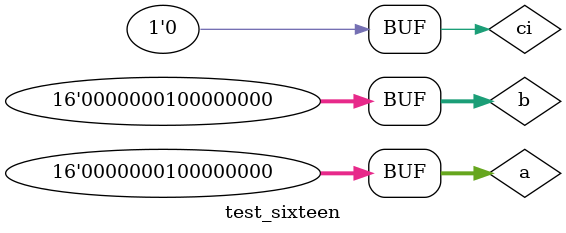
<source format=v>
`timescale 1ns / 1ps


module test_sixteen;

	// Inputs
	reg [15:0] a;
	reg [15:0] b;
	reg ci;

	// Outputs
	wire [15:0] s;
	wire c1;

	// Instantiate the Unit Under Test (UUT)
	sixteen uut (
		.a(a), 
		.b(b), 
		.ci(ci), 
		.s(s), 
		.c1(c1)
	);

	initial begin
		// Initialize Inputs
	//	a = 0;
	//	b = 0;
		//ci = 0;

		// Wait 100 ns for global reset to finish
		//#100;
		a=16'b0000000000000000;
		b=16'b0000000000000000;
		ci=0;
      repeat(256)
		begin
		b=16'b0000000000000000;
		repeat(256)
		begin
		#0.1;
		b=b+16'b0000000000000001;
		end
		#0.1;
		a=a+16'b0000000000000001;
		end
	end
      
endmodule


</source>
